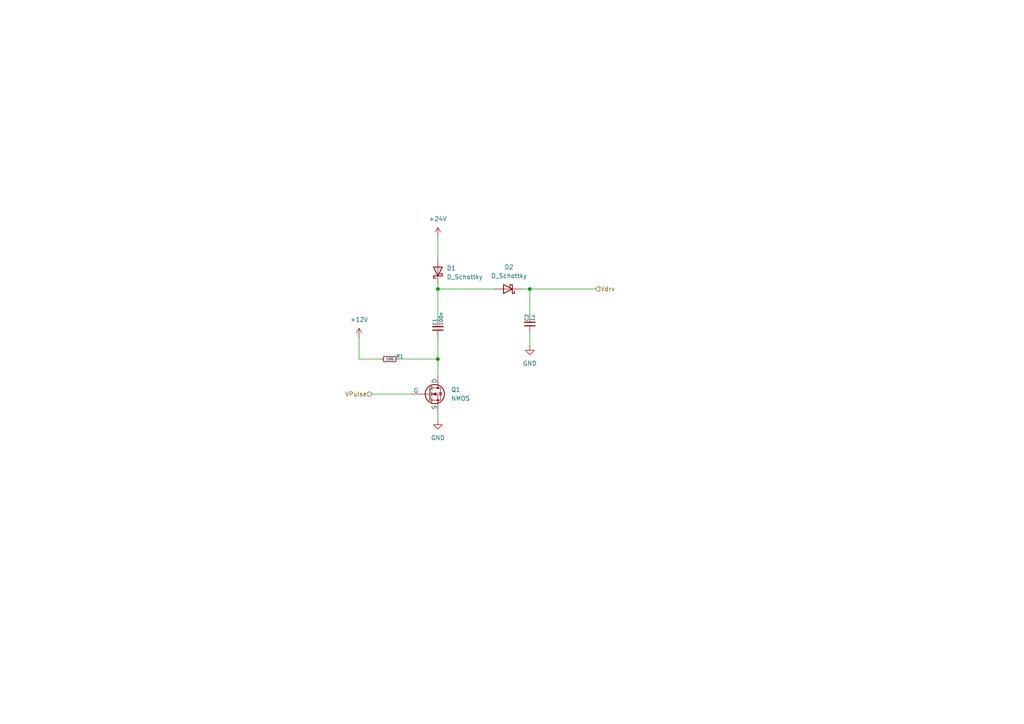
<source format=kicad_sch>
(kicad_sch (version 20250114) (generator "eeschema") (generator_version "9.0")
  (paper "A4")
  (lib_symbols
    (symbol "Bluesat:C_CompactV" (pin_numbers (hide yes)) (pin_names (offset 0.254) (hide yes))
      (property "Reference" "C" (at -0.889 0.762 90))
      (property "Value" "C_CompactV" (at 0.889 0.762 90))
      (symbol "C_CompactV_0_1"
        (polyline (pts (xy 1.524 0.508) (xy -1.524 0.508)) (stroke (width 0.3302)))
        (polyline (pts (xy 1.524 -0.508) (xy -1.524 -0.508)) (stroke (width 0.3048)))
      )
      (symbol "C_CompactV_1_1"
        (pin passive line (at 0 2.54 270) (length 2.032) (name "~") (number "2"))
        (pin passive line (at 0 -2.54 90) (length 2.032) (name "~") (number "1"))
      )
    )
    (symbol "Bluesat:R_CompactH" (pin_numbers (hide yes)) (pin_names (offset 0.254) (hide yes))
      (property "Reference" "R" (at 1.8415 0.1905 0))
      (property "Value" "R_CompactH" (at 0 0 0))
      (symbol "R_CompactH_0_1"
        (rectangle (start -1.778 -0.762) (end 1.778 0.762) (stroke (width 0.2032)))
      )
      (symbol "R_CompactH_1_1"
        (pin passive line (at -2.54 0 0) (length 0.762) (name "~") (number "1"))
        (pin passive line (at 2.54 0 180) (length 0.762) (name "~") (number "2"))
      )
    )
    (symbol "Device:D_Schottky" (pin_numbers (hide yes)) (pin_names (offset 1.016) (hide yes))
      (property "Reference" "D" (at 0 2.54 0))
      (property "Value" "D_Schottky" (at 0 -2.54 0))
      (symbol "D_Schottky_0_1"
        (polyline (pts (xy -1.905 0.635) (xy -1.905 1.27) (xy -1.27 1.27) (xy -1.27 -1.27) (xy -0.635 -1.27) (xy -0.635 -0.635)) (stroke (width 0.254)))
        (polyline (pts (xy 1.27 1.27) (xy 1.27 -1.27) (xy -1.27 0) (xy 1.27 1.27)) (stroke (width 0.254)))
        (polyline (pts (xy 1.27 0) (xy -1.27 0)))
      )
      (symbol "D_Schottky_1_1"
        (pin passive line (at -3.81 0 0) (length 2.54) (name "K") (number "1"))
        (pin passive line (at 3.81 0 180) (length 2.54) (name "A") (number "2"))
      )
    )
    (symbol "Simulation_SPICE:NMOS" (pin_numbers (hide yes)) (pin_names (offset 0))
      (property "Reference" "Q" (at 5.08 1.27 0))
      (property "Value" "NMOS" (at 5.08 -1.27 0))
      (symbol "NMOS_0_1"
        (polyline (pts (xy 0.254 1.905) (xy 0.254 -1.905)) (stroke (width 0.254)))
        (polyline (pts (xy 0.254 0) (xy -2.54 0)))
        (polyline (pts (xy 0.762 2.286) (xy 0.762 1.27)) (stroke (width 0.254)))
        (polyline (pts (xy 0.762 0.508) (xy 0.762 -0.508)) (stroke (width 0.254)))
        (polyline (pts (xy 0.762 -1.27) (xy 0.762 -2.286)) (stroke (width 0.254)))
        (polyline (pts (xy 0.762 -1.778) (xy 3.302 -1.778) (xy 3.302 1.778) (xy 0.762 1.778)))
        (polyline (pts (xy 1.016 0) (xy 2.032 0.381) (xy 2.032 -0.381) (xy 1.016 0)) (fill (type outline)))
        (circle (center 1.651 0) (radius 2.794) (stroke (width 0.254)))
        (polyline (pts (xy 2.54 2.54) (xy 2.54 1.778)))
        (circle (center 2.54 1.778) (radius 0.254) (fill (type outline)))
        (circle (center 2.54 -1.778) (radius 0.254) (fill (type outline)))
        (polyline (pts (xy 2.54 -2.54) (xy 2.54 0) (xy 0.762 0)))
        (polyline (pts (xy 2.794 0.508) (xy 2.921 0.381) (xy 3.683 0.381) (xy 3.81 0.254)))
        (polyline (pts (xy 3.302 0.381) (xy 2.921 -0.254) (xy 3.683 -0.254) (xy 3.302 0.381)))
      )
      (symbol "NMOS_1_1"
        (pin input line (at -5.08 0 0) (length 2.54) (name "G") (number "2"))
        (pin passive line (at 2.54 5.08 270) (length 2.54) (name "D") (number "1"))
        (pin passive line (at 2.54 -5.08 90) (length 2.54) (name "S") (number "3"))
      )
    )
    (symbol "power:+12V" (power) (pin_numbers (hide yes)) (pin_names (offset 0) (hide yes))
      (property "Value" "+12V" (at 0 3.556 0))
      (symbol "+12V_0_1"
        (polyline (pts (xy -0.762 1.27) (xy 0 2.54)))
        (polyline (pts (xy 0 2.54) (xy 0.762 1.27)))
        (polyline (pts (xy 0 0) (xy 0 2.54)))
      )
      (symbol "+12V_1_1"
        (pin power_in line (at 0 0 90) (length 0) (name "~") (number "1"))
      )
    )
    (symbol "power:+24V" (power) (pin_numbers (hide yes)) (pin_names (offset 0) (hide yes))
      (property "Value" "+24V" (at 0 3.556 0))
      (symbol "+24V_0_1"
        (polyline (pts (xy -0.762 1.27) (xy 0 2.54)))
        (polyline (pts (xy 0 2.54) (xy 0.762 1.27)))
        (polyline (pts (xy 0 0) (xy 0 2.54)))
      )
      (symbol "+24V_1_1"
        (pin power_in line (at 0 0 90) (length 0) (name "~") (number "1"))
      )
    )
    (symbol "power:GND" (power) (pin_numbers (hide yes)) (pin_names (offset 0) (hide yes))
      (property "Value" "GND" (at 0 -3.81 0))
      (symbol "GND_0_1"
        (polyline (pts (xy 0 0) (xy 0 -1.27) (xy 1.27 -1.27) (xy 0 -2.54) (xy -1.27 -1.27) (xy 0 -1.27)))
      )
      (symbol "GND_1_1"
        (pin power_in line (at 0 0 270) (length 0) (name "~") (number "1"))
      )
    )
  )
  (junction (at 153.67 83.82))
  (junction (at 127 83.82))
  (junction (at 127 104.14))
  (wire (pts (xy 151.13 83.82) (xy 153.67 83.82)))
  (wire (pts (xy 153.67 83.82) (xy 153.67 91.44)))
  (wire (pts (xy 127 104.14) (xy 127 97.79)))
  (wire (pts (xy 153.67 83.82) (xy 172.72 83.82)))
  (wire (pts (xy 107.95 114.3) (xy 119.38 114.3)))
  (wire (pts (xy 127 83.82) (xy 143.51 83.82)))
  (wire (pts (xy 127 119.38) (xy 127 121.92)))
  (wire (pts (xy 104.14 97.79) (xy 104.14 104.14)))
  (wire (pts (xy 127 82.55) (xy 127 83.82)))
  (wire (pts (xy 127 83.82) (xy 127 92.71)))
  (wire (pts (xy 115.57 104.14) (xy 127 104.14)))
  (wire (pts (xy 127 104.14) (xy 127 109.22)))
  (wire (pts (xy 104.14 104.14) (xy 110.49 104.14)))
  (wire (pts (xy 127 68.58) (xy 127 74.93)))
  (wire (pts (xy 153.67 96.52) (xy 153.67 100.33)))
  (hierarchical_label "VPulse" (shape input) (at 107.95 114.3 180))
  (hierarchical_label "Vdrv" (shape input) (at 172.72 83.82 0))
  (symbol (lib_id "Simulation_SPICE:NMOS") (at 124.46 114.3 0) (unit 1)
    (property "Reference" "Q1" (at 130.81 113.0299 0) (effects (justify left)))
    (property "Value" "NMOS" (at 130.81 115.5699 0) (effects (justify left)))
    (property "Datasheet" "https://ngspice.sourceforge.io/docs/ngspice-html-manual/manual.xhtml#cha_MOSFETs" (effects (hide yes)))
    (property "Description" "N-MOSFET transistor, drain/source/gate" (effects (hide yes)))
    (property "Sim.Device" "NMOS" (effects (hide yes)))
    (property "Sim.Type" "VDMOS" (effects (hide yes)))
    (property "Sim.Pins" "1=D 2=G 3=S" (effects (hide yes)))
  )
  (symbol (lib_id "Bluesat:C_CompactV") (at 127 95.25 0) (unit 1)
    (property "Reference" "C1" (at 126.111 94.488 90) (effects (font (size 1.016 1.016)) (justify left)))
    (property "Value" "100n" (at 127.889 94.488 90) (effects (font (size 1.016 1.016)) (justify left)))
    (property "Description" "Unpolarized capacitor, compact symbol" (effects (hide yes)))
  )
  (symbol (lib_id "Device:D_Schottky") (at 127 78.74 90) (unit 1)
    (property "Reference" "D1" (at 129.54 77.7874 90) (effects (justify right)))
    (property "Value" "D_Schottky" (at 129.54 80.3274 90) (effects (justify right)))
    (property "Description" "Schottky diode" (effects (hide yes)))
  )
  (symbol (lib_id "power:GND") (at 127 121.92 0) (unit 1)
    (property "Reference" "#PWR03" (effects (hide yes)))
    (property "Value" "GND" (at 127 127 0))
    (property "Description" "Power symbol creates a global label with name \"GND\" , ground" (effects (hide yes)))
  )
  (symbol (lib_id "power:+24V") (at 127 68.58 0) (unit 1)
    (property "Reference" "#PWR02" (effects (hide yes)))
    (property "Value" "+24V" (at 127 63.5 0))
    (property "Description" "Power symbol creates a global label with name \"+24V\"" (effects (hide yes)))
  )
  (symbol (lib_id "Bluesat:R_CompactH") (at 113.03 104.14 0) (unit 1)
    (property "Reference" "R1" (at 114.8715 103.9495 0) (effects (font (size 1.016 1.016)) (justify left bottom)))
    (property "Value" "100" (at 113.03 104.14 0) (effects (font (size 0.762 0.762))))
    (property "Description" "Resistor, compact symbol" (effects (hide yes)))
  )
  (symbol (lib_id "power:+12V") (at 104.14 97.79 0) (unit 1)
    (property "Reference" "#PWR01" (effects (hide yes)))
    (property "Value" "+12V" (at 104.14 92.71 0))
    (property "Description" "Power symbol creates a global label with name \"+12V\"" (effects (hide yes)))
  )
  (symbol (lib_id "power:GND") (at 153.67 100.33 0) (unit 1)
    (property "Reference" "#PWR04" (effects (hide yes)))
    (property "Value" "GND" (at 153.67 105.41 0))
    (property "Description" "Power symbol creates a global label with name \"GND\" , ground" (effects (hide yes)))
  )
  (symbol (lib_id "Device:D_Schottky") (at 147.32 83.82 180) (unit 1)
    (property "Reference" "D2" (at 147.6375 77.47 0))
    (property "Value" "D_Schottky" (at 147.6375 80.01 0))
    (property "Description" "Schottky diode" (effects (hide yes)))
  )
  (symbol (lib_id "Bluesat:C_CompactV") (at 153.67 93.98 0) (unit 1)
    (property "Reference" "C2" (at 152.781 93.218 90) (effects (font (size 1.016 1.016)) (justify left)))
    (property "Value" "1u" (at 154.559 93.218 90) (effects (font (size 1.016 1.016)) (justify left)))
    (property "Description" "Unpolarized capacitor, compact symbol" (effects (hide yes)))
  )
)
</source>
